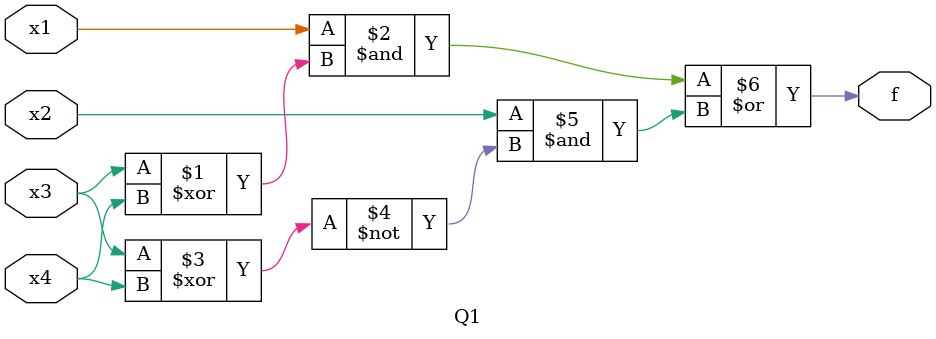
<source format=v>
module Q1(x1,x2,x3,x4,f);
input x1,x2,x3,x4;
output f;
assign f=(x1&(x3^x4))|(x2&(~(x3^x4)));
endmodule

</source>
